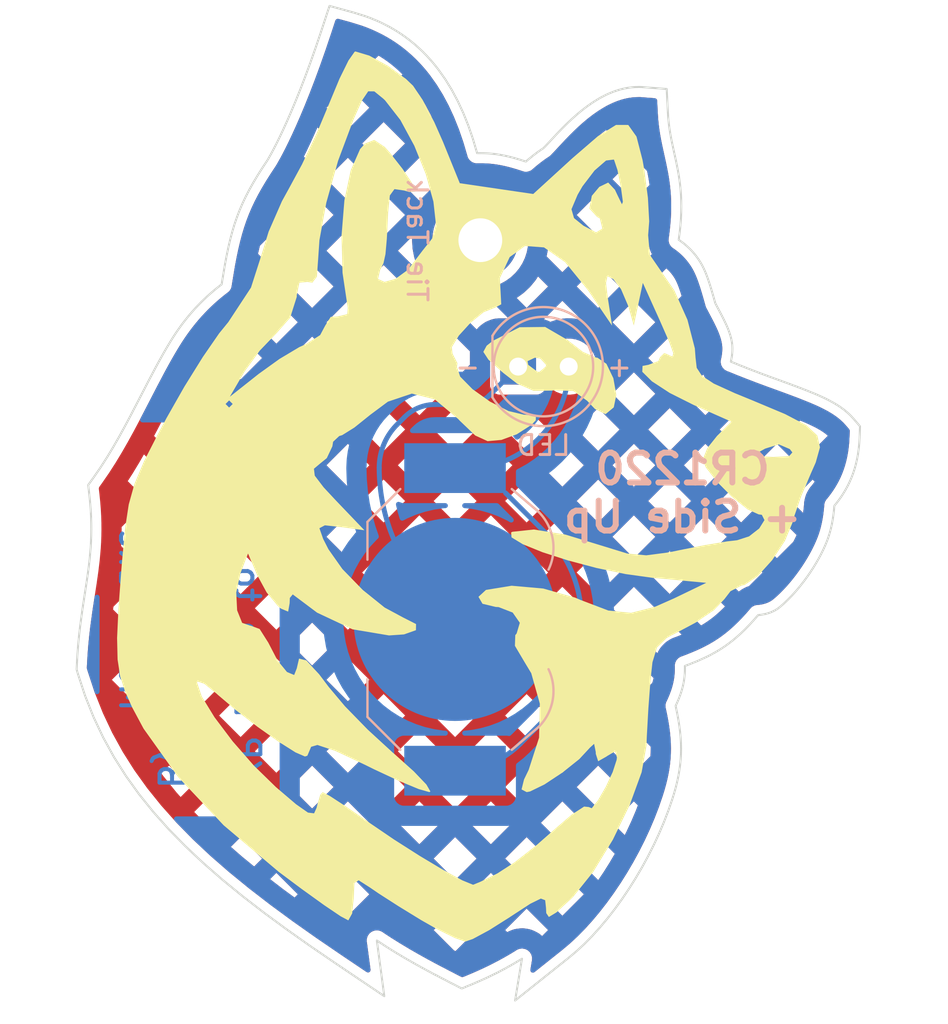
<source format=kicad_pcb>
(kicad_pcb (version 20211014) (generator pcbnew)
  (layers (0 "F.Cu" signal) (31 "B.Cu" signal) (34 "B.Paste" user) (35 "F.Paste" user) (36 "B.SilkS" user "B.Silkscreen") (37 "F.SilkS" user "F.Silkscreen") (38 "B.Mask" user) (39 "F.Mask" user) (44 "Edge.Cuts" user))
  (net 0 "")
  (net 1 "Net-(BT1-Pad1)")
  (net 2 "GND")
  (footprint "MountingHole:MountingHole_2.2mm_M2_DIN965_Pad" (layer "F.Cu") (at 161.29 48.26)
    (fp_text reference "H1" hide)
    (fp_text value "Tie Tack")
    (pad "1" thru_hole circle (at 0 0) (size 3.8 3.8) (drill 2.2) (layers *.Cu *.Mask))
  )
  (footprint "cubepattern:husky" (layer "F.Cu") (at 160.655 60.96)
    (fp_text reference "G***" hide)
    (fp_text value "LOGO" hide)
    (fp_poly (pts (xy -4.939143 -21.969485) (xy -3.996113 -21.451589) (xy -3.099235 -20.798333) (xy -2.744397 -20.459284) (xy -2.25934 -19.741287) (xy -1.675436 -18.624839) (xy -1.244055 -17.650123) (xy -0.396217 -15.561972) (xy 1.448466 -15.29132) (xy 3.29315 -15.020669) (xy 5.25287 -16.811743) (xy 6.544638 -17.92604) (xy 7.452184 -18.490186) (xy 8.067135 -18.488351) (xy 8.481119 -17.904705) (xy 8.785762 -16.723418) (xy 8.880348 -16.185036) (xy 9.054856 -14.825651) (xy 9.118898 -13.64717) (xy 9.065431 -12.948134) (xy 9.15244 -11.961159) (xy 9.578647 -11.341268) (xy 10.383 -10.173654) (xy 11.041929 -8.699099) (xy 11.412441 -7.265483) (xy 11.447888 -6.793705) (xy 11.505972 -6.287924) (xy 11.76764 -5.888075) (xy 12.364015 -5.495727) (xy 13.426219 -5.012447) (xy 14.294184 -4.657023) (xy 15.949185 -3.962737) (xy 17.013093 -3.406159) (xy 17.56869 -2.884539) (xy 17.69876 -2.295126) (xy 17.486085 -1.535169) (xy 17.24629 -0.992852) (xy 16.757934 0.159845) (xy 16.390014 1.214123) (xy 16.315735 1.49285) (xy 15.940941 2.402889) (xy 15.299631 3.370049) (xy 14.564889 4.180968) (xy 13.9098 4.622281) (xy 13.754025 4.650704) (xy 13.204147 4.933283) (xy 12.897524 5.331349) (xy 12.369199 5.886146) (xy 11.447284 6.513232) (xy 10.940487 6.783039) (xy 10.000935 7.280829) (xy 9.506612 7.767018) (xy 9.282645 8.503272) (xy 9.183836 9.411549) (xy 9.076706 10.833734) (xy 8.999096 12.237305) (xy 8.982599 12.7) (xy 8.739126 14.02868) (xy 8.139498 15.675148) (xy 7.294164 17.414774) (xy 6.31357 19.022934) (xy 5.308166 20.274998) (xy 5.210183 20.372291) (xy 4.457822 21.069913) (xy 4.077944 21.298205) (xy 3.946529 21.103017) (xy 3.935212 20.843666) (xy 3.892835 20.455558) (xy 3.675974 20.373156) (xy 3.150034 20.630869) (xy 2.180422 21.263101) (xy 2.11053 21.310108) (xy 1.080741 21.96026) (xy 0.255849 22.404109) (xy -0.125386 22.534671) (xy -0.637824 22.360129) (xy -1.533908 21.912639) (xy -2.325352 21.46231) (xy -3.467673 20.762293) (xy -4.474446 20.116135) (xy -4.919014 19.812173) (xy -5.476314 19.456309) (xy -5.689524 19.594747) (xy -5.723943 20.337505) (xy -5.723943 20.347914) (xy -5.802358 21.120418) (xy -5.992308 21.463733) (xy -6.004542 21.464789) (xy -6.385944 21.260456) (xy -7.207154 20.706076) (xy -8.342197 19.889579) (xy -9.49257 19.030159) (xy -12.258555 16.692882) (xy -14.552433 14.260753) (xy -16.282255 11.836949) (xy -16.856608 10.767124) (xy -17.220106 9.951486) (xy -17.357298 9.522184) (xy -13.594366 9.522184) (xy -13.355244 10.226942) (xy -12.718386 11.264756) (xy -11.80455 12.475637) (xy -10.734497 13.699596) (xy -9.628984 14.776646) (xy -9.62693 14.778449) (xy -8.622104 15.634783) (xy -8.023274 16.054434) (xy -7.715975 16.09169) (xy -7.585746 15.800839) (xy -7.577231 15.750605) (xy -7.410506 15.163856) (xy -7.28359 15.025352) (xy -6.926595 15.217804) (xy -6.145887 15.726804) (xy -5.097672 16.449825) (xy -4.893683 16.594044) (xy -3.685897 17.415704) (xy -2.403958 18.23152) (xy -1.210635 18.944546) (xy -0.268695 19.457831) (xy 0.259091 19.674428) (xy 0.280778 19.676057) (xy 0.640304 19.528905) (xy 1.375003 19.167993) (xy 1.504991 19.101167) (xy 2.363588 18.545393) (xy 3.460256 17.688237) (xy 4.349198 16.905734) (xy 5.225499 16.154194) (xy 5.849177 15.751138) (xy 6.096439 15.776218) (xy 6.096686 15.781327) (xy 6.233505 15.834321) (xy 6.550005 15.427993) (xy 6.936772 14.757508) (xy 7.284396 14.018034) (xy 7.483465 13.404738) (xy 7.497681 13.282252) (xy 7.408046 12.976739) (xy 7.000216 13.21667) (xy 6.976057 13.23662) (xy 6.55452 13.475274) (xy 6.435709 13.103906) (xy 6.433959 13.012114) (xy 6.351386 12.600563) (xy 6.143548 12.791036) (xy 5.608692 13.366892) (xy 4.763922 14.041662) (xy 3.856586 14.64163) (xy 3.134033 14.993082) (xy 2.962156 15.025352) (xy 2.706462 14.890752) (xy 2.830483 14.389528) (xy 3.06468 13.906023) (xy 3.585786 12.292157) (xy 3.625646 10.585658) (xy 3.193299 9.052627) (xy 2.882276 8.536866) (xy 2.372714 7.676819) (xy 2.390964 7.140183) (xy 2.459143 7.056914) (xy 2.61898 6.520299) (xy 2.260754 6.006281) (xy 1.555127 5.731342) (xy 1.408295 5.723944) (xy 0.743472 5.564054) (xy 0.541889 5.214782) (xy 0.913711 4.871725) (xy 0.925681 4.867064) (xy 2.207316 4.65793) (xy 3.797933 4.798684) (xy 5.401231 5.257689) (xy 5.673575 5.374054) (xy 7.066324 5.903611) (xy 8.211046 6.018273) (xy 9.417753 5.712438) (xy 10.374648 5.28915) (xy 11.984507 4.512323) (xy 9.301409 4.263042) (xy 7.935537 4.072611) (xy 6.470358 3.766181) (xy 5.035225 3.386203) (xy 3.75949 2.975126) (xy 2.772506 2.575402) (xy 2.203628 2.229482) (xy 2.182207 1.979815) (xy 2.2473 1.948055) (xy 3.32631 1.83359) (xy 4.911595 2.088974) (xy 6.899791 2.696227) (xy 8.021193 3.040958) (xy 8.972329 3.130378) (xy 10.112648 2.980927) (xy 10.656129 2.868022) (xy 11.930894 2.612717) (xy 13.034498 2.429844) (xy 13.530163 2.374096) (xy 14.136623 2.178104) (xy 14.645946 1.78047) (xy 14.90924 1.360066) (xy 14.777614 1.095766) (xy 14.612977 1.07324) (xy 14.058794 0.822211) (xy 13.291581 0.20707) (xy 12.522315 -0.565269) (xy 11.961975 -1.287892) (xy 11.805634 -1.680037) (xy 11.922376 -1.968009) (xy 14.463088 -1.968009) (xy 14.548512 -1.852711) (xy 15.273733 -1.8148) (xy 15.365212 -1.812945) (xy 16.147801 -1.851086) (xy 16.311005 -2.037847) (xy 16.181813 -2.206356) (xy 15.628599 -2.442844) (xy 14.947588 -2.230568) (xy 14.463088 -1.968009) (xy 11.922376 -1.968009) (xy 12.040141 -2.258503) (xy 12.524255 -2.8651) (xy 13.242876 -3.58372) (xy 11.361579 -4.417114) (xy 10.148748 -5.025852) (xy 9.255148 -5.609591) (xy 8.770587 -6.088774) (xy 8.784872 -6.383842) (xy 9.078731 -6.439436) (xy 9.582106 -6.630257) (xy 9.659155 -6.818296) (xy 9.878324 -7.031955) (xy 10.016902 -6.976056) (xy 10.28268 -6.854088) (xy 10.32766 -7.019478) (xy 10.124548 -7.588565) (xy 9.64605 -8.677689) (xy 9.58694 -8.808749) (xy 8.799232 -10.553521) (xy 8.57174 -9.480281) (xy 8.344249 -8.407042) (xy 8.072236 -9.376171) (xy 7.701475 -10.243315) (xy 7.316481 -10.74677) (xy 7.022368 -10.888986) (xy 6.950851 -10.54827) (xy 7.043288 -9.777641) (xy 7.253838 -8.407042) (xy 6.041708 -10.189639) (xy 4.897029 -11.593039) (xy 3.83388 -12.336832) (xy 2.881309 -12.408738) (xy 2.111425 -11.851182) (xy 1.616128 -10.787857) (xy 1.651033 -10.159094) (xy 1.685987 -9.479049) (xy 1.357827 -9.301408) (xy 0.806773 -9.083561) (xy 0.14822 -8.555483) (xy -0.444319 -7.905374) (xy -0.797331 -7.321432) (xy -0.760451 -7.003842) (xy -0.511052 -6.512792) (xy -0.540625 -6.338543) (xy -0.376083 -5.845793) (xy 0.245133 -5.215227) (xy 1.12199 -4.590726) (xy 2.053454 -4.116171) (xy 2.817367 -3.935211) (xy 3.429941 -3.8843) (xy 3.421472 -3.650964) (xy 3.206942 -3.422133) (xy 2.466327 -2.949433) (xy 1.694691 -2.666701) (xy 0.999342 -2.60385) (xy 0.378716 -2.888729) (xy -0.402158 -3.634903) (xy -0.477189 -3.716399) (xy -1.656809 -4.703303) (xy -2.804402 -4.992289) (xy -4.007871 -4.587722) (xy -4.884234 -3.935211) (xy -5.69163 -3.28804) (xy -6.304272 -2.90589) (xy -6.451884 -2.861972) (xy -6.761121 -2.573292) (xy -6.797183 -2.343128) (xy -7.077027 -1.753435) (xy -7.423239 -1.470831) (xy -7.724205 -1.217782) (xy -7.68198 -0.870259) (xy -7.232609 -0.281421) (xy -6.618309 0.377267) (xy -5.187323 1.871911) (xy -6.35 1.713407) (xy -7.176097 1.623364) (xy -7.448636 1.768418) (xy -7.259742 2.307739) (xy -6.994331 2.826632) (xy -6.29332 3.819378) (xy -5.272406 4.868006) (xy -4.171189 5.753654) (xy -3.243224 6.253103) (xy -2.59338 6.583323) (xy -2.598583 6.891618) (xy -3.200308 7.103628) (xy -3.952976 7.15493) (xy -5.785759 6.847284) (xy -7.564572 6.011291) (xy -8.317605 5.446484) (xy -8.788426 5.094414) (xy -8.934846 5.272194) (xy -8.943662 5.533429) (xy -9.01905 5.958755) (xy -9.364492 5.815437) (xy -9.535098 5.67845) (xy -10.098096 4.998567) (xy -10.580559 4.114223) (xy -11.034584 3.040845) (xy -11.420693 4.049475) (xy -11.626622 4.997995) (xy -11.582063 5.89458) (xy -11.329971 6.523336) (xy -10.913299 6.668367) (xy -10.900566 6.663706) (xy -10.450784 6.83078) (xy -10.013314 7.521342) (xy -10.011849 7.524874) (xy -9.548209 8.416926) (xy -9.077201 8.991737) (xy -8.717236 9.142703) (xy -8.585915 8.808593) (xy -8.472508 8.31856) (xy -8.109768 8.410266) (xy -7.463919 9.103414) (xy -6.976056 9.747783) (xy -6.162356 10.714882) (xy -5.019811 11.885899) (xy -3.782127 13.022636) (xy -3.662995 13.124515) (xy -2.703094 13.985765) (xy -2.074611 14.643501) (xy -1.872176 14.994159) (xy -1.92614 15.025352) (xy -2.461482 14.872198) (xy -3.447875 14.46439) (xy -4.702637 13.879414) (xy -5.149764 13.658037) (xy -6.64051 12.960303) (xy -7.549186 12.657349) (xy -7.869905 12.751111) (xy -7.870422 12.763671) (xy -8.05415 13.197779) (xy -8.174493 13.23662) (xy -8.65196 13.029373) (xy -9.503901 12.491326) (xy -10.553714 11.748017) (xy -11.624796 10.924986) (xy -12.540546 10.147773) (xy -12.610563 10.083194) (xy -13.232783 9.584541) (xy -13.572837 9.468492) (xy -13.594366 9.522184) (xy -17.357298 9.522184) (xy -17.46052 9.19918) (xy -17.588093 8.36057) (xy -17.613068 7.286016) (xy -17.545688 5.825883) (xy -17.396196 3.830531) (xy -17.360998 3.398592) (xy -17.212415 1.790812) (xy -17.027518 0.576419) (xy -16.734965 -0.473841) (xy -16.263415 -1.589219) (xy -15.541527 -2.998968) (xy -15.134447 -3.756338) (xy -14.727597 -4.471831) (xy -12.16338 -4.471831) (xy -11.984507 -4.292958) (xy -11.805633 -4.471831) (xy -11.984507 -4.650704) (xy -12.16338 -4.471831) (xy -14.727597 -4.471831) (xy -14.520938 -4.835264) (xy -11.948388 -4.835264) (xy -10.49752 -5.984373) (xy -9.452996 -6.735442) (xy -8.463682 -7.325855) (xy -8.100791 -7.493097) (xy -7.41108 -7.933463) (xy -7.154929 -8.41387) (xy -6.88232 -8.84559) (xy -6.528873 -8.869908) (xy -6.049131 -8.986287) (xy -6.024823 -9.301408) (xy -6.287082 -11.059369) (xy -6.337273 -12.916889) (xy -6.194435 -14.692721) (xy -5.877609 -16.20562) (xy -5.405833 -17.274339) (xy -5.157912 -17.553986) (xy -4.692264 -17.735255) (xy -4.169489 -17.387945) (xy -3.931198 -17.124522) (xy -3.273507 -16.285443) (xy -2.825234 -15.617555) (xy -2.62566 -15.147008) (xy -2.944739 -15.12248) (xy -3.189013 -15.19448) (xy -3.678711 -15.264636) (xy -3.908686 -14.948347) (xy -3.995646 -14.082444) (xy -3.996403 -14.065657) (xy -4.06152 -12.771261) (xy -4.129841 -11.997212) (xy -4.228519 -11.548766) (xy -4.384709 -11.231178) (xy -4.393652 -11.216635) (xy -4.502536 -10.751364) (xy -4.180355 -10.605571) (xy -3.625493 -10.758549) (xy -3.036333 -11.189591) (xy -2.879026 -11.374729) (xy -2.266001 -12.178188) (xy -1.795099 -12.770884) (xy -1.788674 -12.778567) (xy -1.594938 -13.497604) (xy -1.679047 -14.253752) (xy 5.214358 -14.253752) (xy 5.342347 -13.809216) (xy 5.812476 -13.429523) (xy 6.451423 -13.09275) (xy 6.747371 -13.269139) (xy 6.759547 -13.302584) (xy 6.640326 -13.788026) (xy 6.493099 -13.874601) (xy 6.11306 -14.28795) (xy 6.235902 -14.929691) (xy 6.614733 -15.380129) (xy 7.059737 -15.594737) (xy 7.39681 -15.235221) (xy 7.518644 -14.97675) (xy 7.748733 -14.5043) (xy 7.797415 -14.626639) (xy 7.697369 -15.357013) (xy 7.524433 -16.225759) (xy 7.355872 -16.727478) (xy 7.338722 -16.749541) (xy 6.952891 -16.701033) (xy 6.373097 -16.198592) (xy 5.767161 -15.405575) (xy 5.522439 -14.981587) (xy 5.214358 -14.253752) (xy -1.679047 -14.253752) (xy -1.72163 -14.636572) (xy -2.104651 -16.012024) (xy -2.679898 -17.440509) (xy -3.38327 -18.738582) (xy -4.150667 -19.722792) (xy -4.246925 -19.813732) (xy -4.690879 -20.174703) (xy -4.996843 -20.177676) (xy -5.305534 -19.721688) (xy -5.742769 -18.740492) (xy -6.510497 -16.687353) (xy -7.100298 -14.588908) (xy -7.44754 -12.700723) (xy -7.512676 -11.741699) (xy -7.575524 -10.864013) (xy -7.805449 -10.562361) (xy -8.049295 -10.603024) (xy -8.45363 -10.56388) (xy -8.58502 -9.946087) (xy -8.585915 -9.853207) (xy -8.918651 -8.804688) (xy -9.569718 -8.062721) (xy -10.44512 -7.15098) (xy -11.219666 -6.084486) (xy -11.250954 -6.031618) (xy -11.948388 -4.835264) (xy -14.520938 -4.835264) (xy -14.229305 -5.348134) (xy -13.30501 -6.833858) (xy -12.486776 -8.019009) (xy -12.025286 -8.585915) (xy -10.886349 -10.318693) (xy -10.445206 -11.691211) (xy -9.998616 -13.133072) (xy -9.331495 -14.657955) (xy -8.9951 -15.268675) (xy -8.324226 -16.506415) (xy -7.582283 -18.07447) (xy -6.948679 -19.58662) (xy -6.439231 -20.811763) (xy -5.989321 -21.724875) (xy -5.680923 -22.163559) (xy -5.639429 -22.180281)) (layer "F.SilkS") (width 0) (fill solid))
    (fp_poly (pts (xy 5.004109 -7.695709) (xy 5.783419 -7.09303) (xy 6.454885 -6.802036) (xy 6.520024 -6.797183) (xy 6.970332 -6.489396) (xy 7.319105 -5.765861) (xy 7.46795 -4.926315) (xy 7.339198 -4.301686) (xy 6.927746 -3.961728) (xy 6.392742 -4.221719) (xy 6.002306 -4.631455) (xy 5.305337 -5.126017) (xy 4.311451 -5.156697) (xy 4.223504 -5.143699) (xy 3.310247 -5.1304) (xy 2.480996 -5.494059) (xy 1.788733 -6.030607) (xy 1.124469 -6.62375) (xy 3.007191 -6.62375) (xy 3.040846 -6.439436) (xy 3.498209 -6.095336) (xy 3.598578 -6.08169) (xy 3.925576 -6.354558) (xy 3.935212 -6.439436) (xy 3.64402 -6.753399) (xy 3.377479 -6.797183) (xy 3.007191 -6.62375) (xy 1.124469 -6.62375) (xy 1.043675 -6.695894) (xy 0.785696 -7.089633) (xy 0.952422 -7.398565) (xy 1.252113 -7.6372) (xy 2.611696 -8.327346) (xy 3.894062 -8.340674)) (layer "F.SilkS") (width 0) (fill solid))
  )
  (footprint "LED_THT:LED_D5.0mm" (layer "B.Cu") (at 163.19 54.61)
    (fp_text reference "LED" (at 1.27 3.96) (layer "B.SilkS") (effects (justify mirror)))
    (fp_text value "LED")
    (fp_line (start -1.29 1.545) (end -1.29 -1.545) (layer "B.SilkS") (width 0.12))
    (fp_arc (start -1.29 -1.54483) (mid 2.072002 -2.880433) (end 4.26 0.000462) (layer "B.SilkS") (width 0.12))
    (fp_arc (start 4.26 -0.000462) (mid 2.072002 2.880433) (end -1.29 1.54483) (layer "B.SilkS") (width 0.12))
    (fp_circle (center 1.27 0) (end 3.77 0) (layer "B.SilkS") (width 0.12) (fill none))
    (pad "1" thru_hole rect (at 0 0) (size 1.8 1.8) (drill 0.9) (layers *.Cu *.Mask) (net 2 "GND"))
    (pad "2" thru_hole circle (at 2.54 0) (size 1.8 1.8) (drill 0.9) (layers *.Cu *.Mask) (net 1 "Net-(BT1-Pad1)"))
  )
  (footprint "Battery:BatteryHolder_LINX_BAT-HLD-012-SMT" (layer "B.Cu") (at 160.02 67.31 -90)
    (fp_text reference "BT1" hide)
    (fp_text value "Battery_Cell")
    (fp_line (start 4.9 4.4) (end 3 4.4) (layer "B.SilkS") (width 0.12))
    (fp_line (start -6.55 2.75) (end -4.9 4.4) (layer "B.SilkS") (width 0.12))
    (fp_line (start 6.55 -2.85) (end 5.4 -4.2) (layer "B.SilkS") (width 0.12))
    (fp_line (start 4.9 4.4) (end 6.55 2.75) (layer "B.SilkS") (width 0.12))
    (fp_line (start -4.9 4.4) (end -3 4.4) (layer "B.SilkS") (width 0.12))
    (fp_line (start -6.55 -2.85) (end -5.4 -4.2) (layer "B.SilkS") (width 0.12))
    (fp_arc (start 2.501694 -4.696459) (mid 4.029781 -4.909041) (end 5.4 -4.2) (layer "B.SilkS") (width 0.12))
    (fp_arc (start -5.4 -4.2) (mid -4.031094 -4.908816) (end -2.504098 -4.697607) (layer "B.SilkS") (width 0.12))
    (pad "1" smd rect (at -7.6 0 270) (size 2.5 5.1) (layers "B.Cu" "B.Paste" "B.Mask") (net 1 "Net-(BT1-Pad1)"))
    (pad "1" smd rect (at 7.6 0 270) (size 2.5 5.1) (layers "B.Cu" "B.Paste" "B.Mask") (net 1 "Net-(BT1-Pad1)"))
    (pad "2" smd circle (at 0 0 270) (size 10.2 10.2) (layers "B.Cu" "B.Mask") (net 2 "GND"))
  )
  (gr_poly (pts (xy 154.94 36.83) (xy 155.509454 37.007567) (xy 155.784785 37.109231) (xy 156.053877 37.219509) (xy 156.316748 37.338422) (xy 156.573416 37.465992) (xy 156.8239 37.60224) (xy 157.068218 37.747186) (xy 157.306389 37.900852) (xy 157.53843 38.063258) (xy 157.76436 38.234426) (xy 157.984197 38.414377) (xy 158.197959 38.603132) (xy 158.405666 38.800711) (xy 158.607335 39.007136) (xy 158.802984 39.222428) (xy 158.992632 39.446608) (xy 159.176297 39.679696) (xy 159.525752 40.172684) (xy 159.851495 40.70156) (xy 160.153673 41.266491) (xy 160.432433 41.867647) (xy 160.68792 42.505195) (xy 160.920281 43.179303) (xy 161.129663 43.89014) (xy 161.337096 43.89014) (xy 161.464979 43.891627) (xy 161.593219 43.896131) (xy 161.722089 43.903716) (xy 161.85186 43.914449) (xy 161.982802 43.928394) (xy 162.115188 43.945616) (xy 162.249289 43.966181) (xy 162.385376 43.990153) (xy 162.523719 44.017598) (xy 162.664591 44.04858) (xy 162.808264 44.083166) (xy 162.955007 44.121419) (xy 163.258792 44.209191) (xy 163.578117 44.312415) (xy 163.676313 44.227993) (xy 163.778894 44.141966) (xy 163.885381 44.055156) (xy 163.995298 43.968391) (xy 164.108167 43.882493) (xy 164.22351 43.798288) (xy 164.34085 43.716601) (xy 164.45971 43.638257) (xy 164.490927 43.607763) (xy 164.528178 43.570019) (xy 164.570205 43.526459) (xy 164.615747 43.478515) (xy 164.712346 43.375204) (xy 164.807902 43.271545) (xy 165.188476 42.864861) (xy 165.4 42.646149) (xy 165.625133 42.421844) (xy 165.863462 42.195433) (xy 166.114575 41.970406) (xy 166.378059 41.750251) (xy 166.653502 41.538458) (xy 166.940491 41.338515) (xy 167.238615 41.153912) (xy 167.391723 41.068453) (xy 167.547461 40.988137) (xy 167.705775 40.9134) (xy 167.866616 40.844679) (xy 168.02993 40.78241) (xy 168.195668 40.727028) (xy 168.363776 40.678969) (xy 168.534205 40.638671) (xy 168.706901 40.606569) (xy 168.881814 40.583099) (xy 169.058892 40.568697) (xy 169.238083 40.563799) (xy 169.299203 40.563973) (xy 169.329763 40.564385) (xy 169.360323 40.565188) (xy 169.390882 40.566512) (xy 169.421442 40.568487) (xy 169.452002 40.571244) (xy 169.482562 40.574912) (xy 170.65308 40.663812) (xy 170.712347 41.838032) (xy 170.730738 42.120757) (xy 170.757376 42.389895) (xy 170.791133 42.647834) (xy 170.830881 42.896961) (xy 170.87549 43.139663) (xy 170.923832 43.378329) (xy 171.0272 43.853099) (xy 171.123668 44.292383) (xy 171.214144 44.744124) (xy 171.255047 44.977584) (xy 171.291946 45.217657) (xy 171.324005 45.465512) (xy 171.350388 45.722314) (xy 171.37026 45.98923) (xy 171.382785 46.267427) (xy 171.387128 46.558071) (xy 171.382453 46.862329) (xy 171.367924 47.181368) (xy 171.342705 47.516354) (xy 171.305962 47.868453) (xy 171.256859 48.238833) (xy 171.324577 48.285958) (xy 171.391613 48.334381) (xy 171.457975 48.384269) (xy 171.523675 48.43579) (xy 171.588724 48.489112) (xy 171.653133 48.544404) (xy 171.716912 48.601834) (xy 171.780073 48.66157) (xy 171.842626 48.723781) (xy 171.904582 48.788633) (xy 171.965953 48.856297) (xy 172.026748 48.926939) (xy 172.086978 49.000729) (xy 172.146655 49.077833) (xy 172.20579 49.158421) (xy 172.264393 49.242661) (xy 172.329871 49.343589) (xy 172.391811 49.447924) (xy 172.450582 49.555949) (xy 172.506553 49.667946) (xy 172.560094 49.784197) (xy 172.611572 49.904984) (xy 172.661358 50.030589) (xy 172.709819 50.161295) (xy 172.804246 50.439137) (xy 172.897805 50.740766) (xy 172.993448 51.06844) (xy 173.094126 51.424416) (xy 173.177934 51.58601) (xy 173.220705 51.667675) (xy 173.264517 51.750382) (xy 173.385279 51.979027) (xy 173.503436 52.209236) (xy 173.615343 52.440833) (xy 173.667812 52.557098) (xy 173.717351 52.673646) (xy 173.763505 52.790453) (xy 173.805817 52.9075) (xy 173.843832 53.024764) (xy 173.877093 53.142223) (xy 173.905146 53.259855) (xy 173.927533 53.37764) (xy 173.943801 53.495555) (xy 173.953492 53.613578) (xy 173.955771 53.70331) (xy 173.95436 53.794561) (xy 173.94939 53.887114) (xy 173.940991 53.980753) (xy 173.929292 54.07526) (xy 173.914425 54.170418) (xy 173.89652 54.26601) (xy 173.875706 54.361819) (xy 174.331665 54.547664) (xy 174.834158 54.745663) (xy 175.368599 54.949913) (xy 175.920405 55.15451) (xy 176.046343 55.19896) (xy 176.79188 55.470594) (xy 177.454506 55.719048) (xy 178.040214 55.953091) (xy 178.306094 56.067448) (xy 178.554992 56.181491) (xy 178.787654 56.296314) (xy 179.004831 56.413015) (xy 179.20727 56.53269) (xy 179.395721 56.656434) (xy 179.570933 56.785344) (xy 179.733654 56.920515) (xy 179.884633 57.063044) (xy 180.024619 57.214026) (xy 180.365401 57.610372) (xy 180.34688 58.13266) (xy 180.330047 58.43632) (xy 180.302161 58.725428) (xy 180.263803 59.000623) (xy 180.215554 59.262547) (xy 180.157994 59.511838) (xy 180.091703 59.749138) (xy 180.017262 59.975087) (xy 179.935252 60.190325) (xy 179.846254 60.395492) (xy 179.750847 60.591228) (xy 179.649613 60.778175) (xy 179.543132 60.956971) (xy 179.431984 61.128258) (xy 179.316751 61.292675) (xy 179.198012 61.450864) (xy 179.076349 61.603463) (xy 179.05377 61.85238) (xy 179.024896 62.09114) (xy 178.989685 62.32035) (xy 178.948093 62.540618) (xy 178.900076 62.752551) (xy 178.845591 62.956757) (xy 178.784596 63.153845) (xy 178.717045 63.344421) (xy 178.62702 63.566657) (xy 178.525557 63.792278) (xy 178.413459 64.020156) (xy 178.291529 64.249163) (xy 178.16057 64.47817) (xy 178.021385 64.706049) (xy 177.874777 64.93167) (xy 177.72155 65.153905) (xy 177.562506 65.371626) (xy 177.398448 65.583704) (xy 177.23018 65.789011) (xy 177.058504 65.986417) (xy 176.884224 66.174794) (xy 176.708142 66.353013) (xy 176.531062 66.519947) (xy 176.353787 66.674466) (xy 176.286492 66.728285) (xy 176.218079 66.777379) (xy 176.148732 66.821969) (xy 176.078637 66.862278) (xy 176.007978 66.898528) (xy 175.936938 66.930943) (xy 175.865704 66.959743) (xy 175.794458 66.985152) (xy 175.723386 67.007393) (xy 175.652673 67.026687) (xy 175.582501 67.043257) (xy 175.513057 67.057326) (xy 175.444525 67.069116) (xy 175.377089 67.078849) (xy 175.246242 67.093036) (xy 175.018876 67.354231) (xy 174.797098 67.595594) (xy 174.579639 67.818476) (xy 174.36523 68.024228) (xy 174.1526 68.214202) (xy 173.940481 68.389747) (xy 173.727602 68.552215) (xy 173.512693 68.702958) (xy 173.294486 68.843327) (xy 173.071709 68.974672) (xy 172.843095 69.098344) (xy 172.607372 69.215696) (xy 172.363271 69.328077) (xy 172.109523 69.436839) (xy 171.844858 69.543333) (xy 171.568006 69.64891) (xy 171.568006 69.737809) (xy 171.568055 69.888931) (xy 171.561625 70.036602) (xy 171.54927 70.18067) (xy 171.531543 70.320984) (xy 171.508998 70.45739) (xy 171.482188 70.589738) (xy 171.451666 70.717875) (xy 171.417987 70.84165) (xy 171.381703 70.960911) (xy 171.343368 71.075505) (xy 171.262759 71.290086) (xy 171.180587 71.484179) (xy 171.10128 71.656569) (xy 171.172944 71.992226) (xy 171.23374 72.315361) (xy 171.283651 72.627426) (xy 171.322662 72.929876) (xy 171.350755 73.224165) (xy 171.367915 73.511748) (xy 171.374125 73.794079) (xy 171.36937 74.072611) (xy 171.353631 74.348799) (xy 171.326895 74.624097) (xy 171.289143 74.89996) (xy 171.24036 75.177841) (xy 171.18053 75.459195) (xy 171.109636 75.745475) (xy 171.027662 76.038137) (xy 170.934592 76.338633) (xy 170.735913 76.916169) (xy 170.513186 77.494247) (xy 170.267973 78.070459) (xy 170.001838 78.642394) (xy 169.716342 79.207645) (xy 169.413049 79.763802) (xy 169.093522 80.308456) (xy 168.759322 80.839197) (xy 168.412013 81.353616) (xy 168.053157 81.849305) (xy 167.684317 82.323854) (xy 167.307057 82.774854) (xy 166.922937 83.199896) (xy 166.533522 83.596571) (xy 166.140374 83.962469) (xy 165.745056 84.295181) (xy 163.037309 86.454713) (xy 163.381797 84.354451) (xy 163.381795 84.354451) (xy 163.096697 84.528591) (xy 162.805392 84.698129) (xy 162.507923 84.862978) (xy 162.204334 85.023053) (xy 161.894667 85.178266) (xy 161.578966 85.32853) (xy 161.257275 85.473759) (xy 160.929637 85.613866) (xy 160.359195 85.850929) (xy 159.807275 85.569416) (xy 158.889741 85.092331) (xy 158.423051 84.841135) (xy 157.953802 84.580867) (xy 157.484031 84.31105) (xy 157.01578 84.031204) (xy 156.551088 83.740853) (xy 156.091996 83.43952) (xy 156.466116 86.236166) (xy 154.002844 84.576704) (xy 152.751037 83.721404) (xy 151.558428 82.879219) (xy 150.425006 82.045813) (xy 149.35076 81.21685) (xy 148.335679 80.387997) (xy 147.379753 79.554916) (xy 146.48297 78.713274) (xy 145.64532 77.858733) (xy 144.866793 76.98696) (xy 144.147376 76.093618) (xy 143.48706 75.174373) (xy 142.885832 74.224888) (xy 142.343684 73.240828) (xy 141.860603 72.217859) (xy 141.436579 71.151644) (xy 141.071601 70.037848) (xy 141.00863 69.823008) (xy 141.019743 69.600757) (xy 141.048638 69.08082) (xy 141.086997 68.58402) (xy 141.133168 68.108838) (xy 141.185504 67.653754) (xy 141.30207 66.797803) (xy 141.423497 66.004012) (xy 141.512817 65.424643) (xy 141.594236 64.85491) (xy 141.66298 64.284656) (xy 141.714274 63.703724) (xy 141.731885 63.40608) (xy 141.743343 63.101957) (xy 141.748051 62.790085) (xy 141.745412 62.469195) (xy 141.73483 62.138018) (xy 141.715706 61.795283) (xy 141.687446 61.439721) (xy 141.649451 61.070062) (xy 141.590184 60.558889) (xy 141.890222 60.140319) (xy 142.219502 59.662416) (xy 142.53602 59.169537) (xy 142.841252 58.664417) (xy 143.136674 58.149791) (xy 143.423761 57.628394) (xy 143.70399 57.102959) (xy 144.249776 56.050918) (xy 144.620424 55.333815) (xy 144.986905 54.639631) (xy 145.170753 54.301785) (xy 145.356164 53.97045) (xy 145.544006 53.645887) (xy 145.735147 53.328356) (xy 145.868723 53.115558) (xy 146.005566 52.907724) (xy 146.145729 52.704785) (xy 146.289267 52.506669) (xy 146.436235 52.313306) (xy 146.586686 52.124626) (xy 146.740674 51.940558) (xy 146.898255 51.761032) (xy 147.059482 51.585977) (xy 147.22441 51.415322) (xy 147.393092 51.248997) (xy 147.565584 51.086931) (xy 147.741939 50.929055) (xy 147.922211 50.775297) (xy 148.106455 50.625586) (xy 148.294726 50.479853) (xy 148.461297 49.478969) (xy 148.546906 49.027434) (xy 148.636203 48.603404) (xy 148.730797 48.203052) (xy 148.832293 47.822555) (xy 148.942296 47.458086) (xy 149.062414 47.10582) (xy 149.194252 46.761932) (xy 149.339416 46.422597) (xy 149.499513 46.083988) (xy 149.676148 45.742282) (xy 149.870928 45.393651) (xy 150.085459 45.034272) (xy 150.321346 44.660319) (xy 150.580196 44.267965) (xy 150.637654 44.172793) (xy 150.795385 43.89344) (xy 150.908896 43.681073) (xy 151.043926 43.418315) (xy 151.199293 43.103717) (xy 151.373814 42.73583) (xy 151.566306 42.313205) (xy 151.775586 41.834393) (xy 152.000471 41.297947) (xy 152.239779 40.702416) (xy 152.492326 40.046353) (xy 152.75693 39.328308) (xy 153.032408 38.546833) (xy 153.317576 37.700479) (xy 153.713922 36.49292)) (layer "Edge.Cuts") (width 0.1) (fill none))
  (gr_text "EXP Learn to Solder\nV1.0.0\nBy Jacob Oshinsky\nMakerJake" (at 146.685 67.31 270) (layer "B.Cu") (effects (font (size 1.2 1.2) (thickness 0.2)) (justify mirror)))
  (gr_text "-" (at 160.655 54.61) (layer "B.SilkS") (effects (font (size 1 1)) (justify mirror)))
  (gr_text "CR1220\n+ Side Up" (at 171.45 60.96) (layer "B.SilkS") (effects (font (size 1.5 1.5) (thickness 0.3)) (justify mirror)))
  (gr_text "+" (at 168.275 54.61) (layer "B.SilkS") (effects (font (size 1 1)) (justify mirror)))
  (gr_text "Tie Tack" (at 158.115 48.26 270) (layer "B.SilkS") (effects (font (size 1 1)) (justify mirror)))
  (segment (start 164.573949 62.973949) (end 162.56 60.96) (width 0.25) (layer "B.Cu") (net 1))
  (segment (start 160.02 59.71) (end 160.63 59.71) (width 0.25) (layer "B.Cu") (net 1))
  (segment (start 163.30618 73.548819) (end 164.465 72.39) (width 0.25) (layer "B.Cu") (net 1))
  (segment (start 166.37 67.790924) (end 166.37 67.31) (width 0.25) (layer "B.Cu") (net 1))
  (arc (start 166.37 67.31) (mid 165.903222 64.963346) (end 164.573949 62.973949) (width 0.25) (layer "B.Cu") (net 1))
  (arc (start 160.63 59.71) (mid 164.236245 58.216245) (end 165.73 54.61) (width 0.25) (layer "B.Cu") (net 1))
  (arc (start 164.465 72.39) (mid 165.874907 70.279926) (end 166.37 67.790924) (width 0.25) (layer "B.Cu") (net 1))
  (arc (start 160.02 74.91) (mid 161.798468 74.556241) (end 163.30618 73.548819) (width 0.25) (layer "B.Cu") (net 1))
  (segment (start 159.013025 56.515) (end 160.655 56.515) (width 0.25) (layer "B.Cu") (net 2))
  (segment (start 157.108026 57.521975) (end 157.48 57.15) (width 0.25) (layer "B.Cu") (net 2))
  (segment (start 161.730478 56.069523) (end 163.19 54.61) (width 0.25) (layer "B.Cu") (net 2))
  (segment (start 160.02 67.31) (end 158.904077 66.194077) (width 0.25) (layer "B.Cu") (net 2))
  (arc (start 156.21 59.69) (mid 156.443389 58.516673) (end 157.108026 57.521975) (width 0.25) (layer "B.Cu") (net 2))
  (arc (start 157.48 57.15) (mid 158.183357 56.680031) (end 159.013025 56.515) (width 0.25) (layer "B.Cu") (net 2))
  (arc (start 158.904077 66.194077) (mid 156.910167 63.209981) (end 156.21 59.69) (width 0.25) (layer "B.Cu") (net 2))
  (arc (start 160.655 56.515) (mid 161.237044 56.399224) (end 161.730478 56.069523) (width 0.25) (layer "B.Cu") (net 2))
  (zone (net 0) (net_name "") (layers F&B.Cu) (connect_pads (clearance 0.508)) (min_thickness 0.254) (fill yes (mode hatch) (thermal_gap 0.508) (thermal_bridge_width 0.508) (hatch_thickness 1.016) (hatch_gap 1.524) (hatch_orientation 45) (hatch_border_algorithm hatch_thickness) (hatch_min_hole_area 0.3))
    (polygon (pts (xy 184.785 87.63) (xy 137.16 87.63) (xy 137.16 36.195) (xy 184.785 36.195)))
  )
)
</source>
